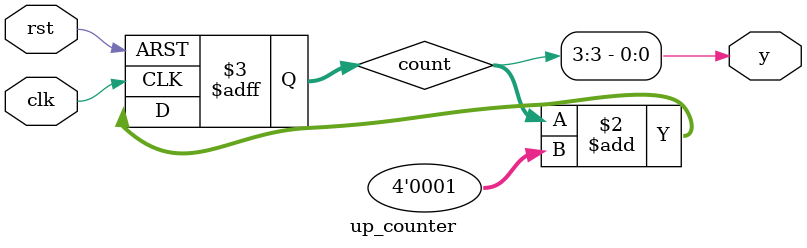
<source format=v>
`timescale 1ns / 1ps

module up_counter(clk, rst,y);
    input clk, rst;
    output y;
    reg [3:0] count; 
    always @ (posedge clk or posedge rst)
    begin
        if(rst)
            count <= 4'b0000;
        else
            count <= count+ 4'b0001;
    end
assign y = count[3];
endmodule
</source>
